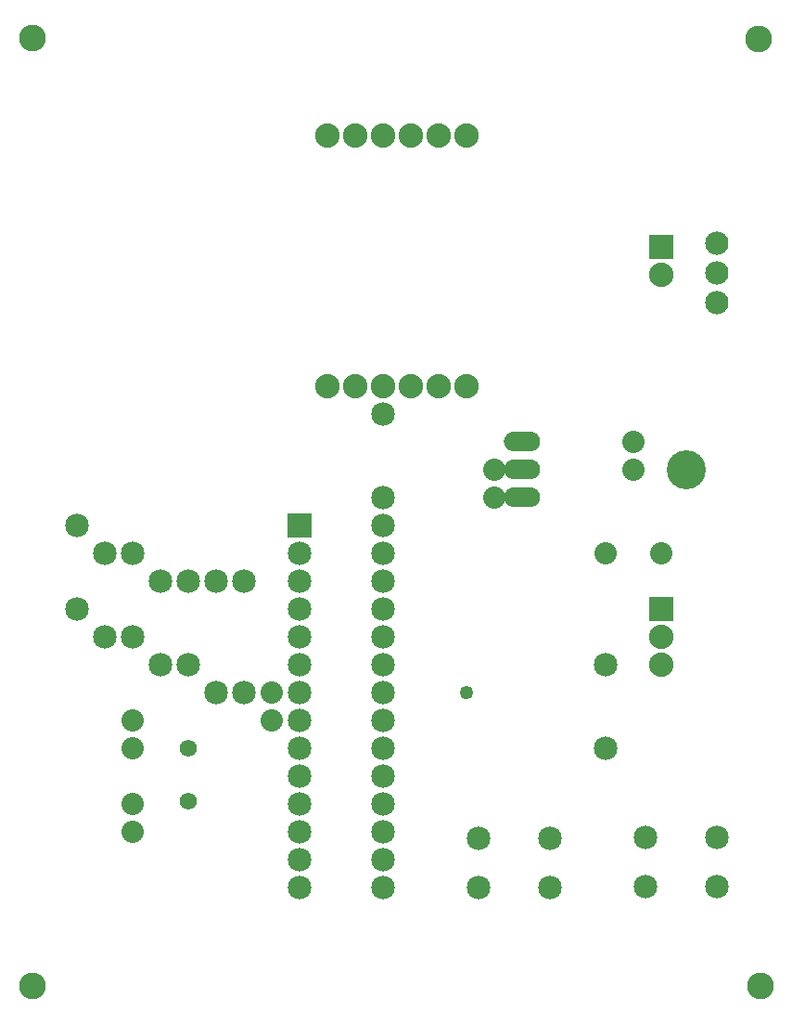
<source format=gts>
G04 MADE WITH FRITZING*
G04 WWW.FRITZING.ORG*
G04 DOUBLE SIDED*
G04 HOLES PLATED*
G04 CONTOUR ON CENTER OF CONTOUR VECTOR*
%ASAXBY*%
%FSLAX23Y23*%
%MOIN*%
%OFA0B0*%
%SFA1.0B1.0*%
%ADD10C,0.049370*%
%ADD11C,0.085000*%
%ADD12C,0.062000*%
%ADD13C,0.070000*%
%ADD14C,0.140000*%
%ADD15C,0.084000*%
%ADD16C,0.088000*%
%ADD17C,0.080000*%
%ADD18C,0.096614*%
%ADD19R,0.085000X0.085000*%
%ADD20R,0.088000X0.088000*%
%ADD21R,0.001000X0.001000*%
%LNMASK1*%
G90*
G70*
G54D10*
X1632Y1124D03*
G54D11*
X1032Y1724D03*
X1332Y1724D03*
X1032Y1624D03*
X1332Y1624D03*
X1032Y1524D03*
X1332Y1524D03*
X1032Y1424D03*
X1332Y1424D03*
X1032Y1324D03*
X1332Y1324D03*
X1032Y1224D03*
X1332Y1224D03*
X1032Y1124D03*
X1332Y1124D03*
X1032Y1024D03*
X1332Y1024D03*
X1032Y924D03*
X1332Y924D03*
X1032Y824D03*
X1332Y824D03*
X1032Y724D03*
X1332Y724D03*
X1032Y624D03*
X1332Y624D03*
X1032Y524D03*
X1332Y524D03*
X1032Y424D03*
X1332Y424D03*
G54D12*
X632Y924D03*
X632Y734D03*
X632Y924D03*
X632Y734D03*
G54D13*
X1832Y2024D03*
X1832Y1924D03*
X1832Y1824D03*
G54D14*
X2422Y1924D03*
G54D13*
X1832Y2024D03*
X1832Y1924D03*
X1832Y1824D03*
G54D14*
X2422Y1924D03*
G54D15*
X2532Y2738D03*
X2532Y2631D03*
X2532Y2524D03*
X2532Y2738D03*
X2532Y2631D03*
X2532Y2524D03*
X2532Y2738D03*
X2532Y2631D03*
X2532Y2524D03*
G54D16*
X2332Y2724D03*
X2332Y2624D03*
X2332Y2724D03*
X2332Y2624D03*
G54D11*
X2532Y425D03*
X2276Y425D03*
X2532Y602D03*
X2276Y602D03*
X1932Y424D03*
X1676Y424D03*
X1932Y601D03*
X1676Y601D03*
X1332Y1824D03*
X1332Y2124D03*
X532Y1224D03*
X532Y1524D03*
X332Y1324D03*
X332Y1624D03*
X732Y1124D03*
X732Y1524D03*
X832Y1124D03*
X832Y1524D03*
X632Y1224D03*
X632Y1524D03*
X432Y1324D03*
X432Y1624D03*
X2132Y924D03*
X2132Y1224D03*
X232Y1424D03*
X232Y1724D03*
G54D16*
X1632Y3124D03*
X1532Y3124D03*
X1432Y3124D03*
X1332Y3124D03*
X1232Y3124D03*
X1132Y3124D03*
X1132Y2224D03*
X1232Y2224D03*
X1332Y2224D03*
X1432Y2224D03*
X1532Y2224D03*
X1632Y2224D03*
X2332Y1424D03*
X2332Y1324D03*
X2332Y1224D03*
G54D17*
X2232Y2024D03*
X2232Y1924D03*
X2232Y2024D03*
X2232Y1924D03*
X432Y624D03*
X432Y724D03*
X432Y924D03*
X432Y1024D03*
X1732Y1824D03*
X1732Y1924D03*
X932Y1024D03*
X932Y1124D03*
X2132Y1624D03*
X2332Y1624D03*
G54D18*
X2683Y3470D03*
X71Y3473D03*
X2687Y69D03*
X71Y69D03*
G54D19*
X1032Y1724D03*
G54D20*
X2332Y2724D03*
X2332Y2724D03*
X2332Y1424D03*
G54D21*
X1797Y2059D02*
X1866Y2059D01*
X1793Y2058D02*
X1871Y2058D01*
X1790Y2057D02*
X1874Y2057D01*
X1787Y2056D02*
X1876Y2056D01*
X1785Y2055D02*
X1878Y2055D01*
X1784Y2054D02*
X1880Y2054D01*
X1782Y2053D02*
X1881Y2053D01*
X1781Y2052D02*
X1883Y2052D01*
X1780Y2051D02*
X1884Y2051D01*
X1778Y2050D02*
X1885Y2050D01*
X1777Y2049D02*
X1886Y2049D01*
X1776Y2048D02*
X1887Y2048D01*
X1776Y2047D02*
X1888Y2047D01*
X1775Y2046D02*
X1889Y2046D01*
X1774Y2045D02*
X1889Y2045D01*
X1773Y2044D02*
X1890Y2044D01*
X1773Y2043D02*
X1891Y2043D01*
X1772Y2042D02*
X1891Y2042D01*
X1772Y2041D02*
X1892Y2041D01*
X1771Y2040D02*
X1892Y2040D01*
X1771Y2039D02*
X1828Y2039D01*
X1836Y2039D02*
X1893Y2039D01*
X1770Y2038D02*
X1825Y2038D01*
X1839Y2038D02*
X1893Y2038D01*
X1770Y2037D02*
X1823Y2037D01*
X1840Y2037D02*
X1894Y2037D01*
X1769Y2036D02*
X1822Y2036D01*
X1842Y2036D02*
X1894Y2036D01*
X1769Y2035D02*
X1821Y2035D01*
X1843Y2035D02*
X1894Y2035D01*
X1769Y2034D02*
X1820Y2034D01*
X1844Y2034D02*
X1895Y2034D01*
X1768Y2033D02*
X1819Y2033D01*
X1845Y2033D02*
X1895Y2033D01*
X1768Y2032D02*
X1818Y2032D01*
X1845Y2032D02*
X1895Y2032D01*
X1768Y2031D02*
X1818Y2031D01*
X1846Y2031D02*
X1896Y2031D01*
X1768Y2030D02*
X1817Y2030D01*
X1846Y2030D02*
X1896Y2030D01*
X1768Y2029D02*
X1817Y2029D01*
X1847Y2029D02*
X1896Y2029D01*
X1767Y2028D02*
X1817Y2028D01*
X1847Y2028D02*
X1896Y2028D01*
X1767Y2027D02*
X1816Y2027D01*
X1847Y2027D02*
X1896Y2027D01*
X1767Y2026D02*
X1816Y2026D01*
X1847Y2026D02*
X1896Y2026D01*
X1767Y2025D02*
X1816Y2025D01*
X1847Y2025D02*
X1896Y2025D01*
X1767Y2024D02*
X1816Y2024D01*
X1847Y2024D02*
X1896Y2024D01*
X1767Y2023D02*
X1816Y2023D01*
X1847Y2023D02*
X1896Y2023D01*
X1767Y2022D02*
X1816Y2022D01*
X1847Y2022D02*
X1896Y2022D01*
X1767Y2021D02*
X1817Y2021D01*
X1847Y2021D02*
X1896Y2021D01*
X1768Y2020D02*
X1817Y2020D01*
X1847Y2020D02*
X1896Y2020D01*
X1768Y2019D02*
X1817Y2019D01*
X1846Y2019D02*
X1896Y2019D01*
X1768Y2018D02*
X1818Y2018D01*
X1846Y2018D02*
X1896Y2018D01*
X1768Y2017D02*
X1818Y2017D01*
X1845Y2017D02*
X1895Y2017D01*
X1768Y2016D02*
X1819Y2016D01*
X1845Y2016D02*
X1895Y2016D01*
X1769Y2015D02*
X1820Y2015D01*
X1844Y2015D02*
X1895Y2015D01*
X1769Y2014D02*
X1820Y2014D01*
X1843Y2014D02*
X1895Y2014D01*
X1769Y2013D02*
X1822Y2013D01*
X1842Y2013D02*
X1894Y2013D01*
X1770Y2012D02*
X1823Y2012D01*
X1841Y2012D02*
X1894Y2012D01*
X1770Y2011D02*
X1824Y2011D01*
X1839Y2011D02*
X1893Y2011D01*
X1770Y2010D02*
X1827Y2010D01*
X1836Y2010D02*
X1893Y2010D01*
X1771Y2009D02*
X1892Y2009D01*
X1771Y2008D02*
X1892Y2008D01*
X1772Y2007D02*
X1891Y2007D01*
X1773Y2006D02*
X1891Y2006D01*
X1773Y2005D02*
X1890Y2005D01*
X1774Y2004D02*
X1890Y2004D01*
X1775Y2003D02*
X1889Y2003D01*
X1775Y2002D02*
X1888Y2002D01*
X1776Y2001D02*
X1887Y2001D01*
X1777Y2000D02*
X1886Y2000D01*
X1778Y1999D02*
X1885Y1999D01*
X1779Y1998D02*
X1884Y1998D01*
X1781Y1997D02*
X1883Y1997D01*
X1782Y1996D02*
X1882Y1996D01*
X1783Y1995D02*
X1880Y1995D01*
X1785Y1994D02*
X1878Y1994D01*
X1787Y1993D02*
X1876Y1993D01*
X1789Y1992D02*
X1874Y1992D01*
X1792Y1991D02*
X1871Y1991D01*
X1796Y1990D02*
X1867Y1990D01*
X1797Y1959D02*
X1866Y1959D01*
X1793Y1958D02*
X1871Y1958D01*
X1790Y1957D02*
X1874Y1957D01*
X1787Y1956D02*
X1876Y1956D01*
X1785Y1955D02*
X1878Y1955D01*
X1784Y1954D02*
X1880Y1954D01*
X1782Y1953D02*
X1881Y1953D01*
X1781Y1952D02*
X1883Y1952D01*
X1780Y1951D02*
X1884Y1951D01*
X1778Y1950D02*
X1885Y1950D01*
X1777Y1949D02*
X1886Y1949D01*
X1776Y1948D02*
X1887Y1948D01*
X1776Y1947D02*
X1888Y1947D01*
X1775Y1946D02*
X1889Y1946D01*
X1774Y1945D02*
X1889Y1945D01*
X1773Y1944D02*
X1890Y1944D01*
X1773Y1943D02*
X1891Y1943D01*
X1772Y1942D02*
X1891Y1942D01*
X1772Y1941D02*
X1892Y1941D01*
X1771Y1940D02*
X1892Y1940D01*
X1771Y1939D02*
X1828Y1939D01*
X1836Y1939D02*
X1893Y1939D01*
X1770Y1938D02*
X1825Y1938D01*
X1839Y1938D02*
X1893Y1938D01*
X1770Y1937D02*
X1823Y1937D01*
X1840Y1937D02*
X1894Y1937D01*
X1769Y1936D02*
X1822Y1936D01*
X1842Y1936D02*
X1894Y1936D01*
X1769Y1935D02*
X1821Y1935D01*
X1843Y1935D02*
X1894Y1935D01*
X1769Y1934D02*
X1820Y1934D01*
X1844Y1934D02*
X1895Y1934D01*
X1768Y1933D02*
X1819Y1933D01*
X1845Y1933D02*
X1895Y1933D01*
X1768Y1932D02*
X1818Y1932D01*
X1845Y1932D02*
X1895Y1932D01*
X1768Y1931D02*
X1818Y1931D01*
X1846Y1931D02*
X1896Y1931D01*
X1768Y1930D02*
X1817Y1930D01*
X1846Y1930D02*
X1896Y1930D01*
X1768Y1929D02*
X1817Y1929D01*
X1847Y1929D02*
X1896Y1929D01*
X1767Y1928D02*
X1817Y1928D01*
X1847Y1928D02*
X1896Y1928D01*
X1767Y1927D02*
X1816Y1927D01*
X1847Y1927D02*
X1896Y1927D01*
X1767Y1926D02*
X1816Y1926D01*
X1847Y1926D02*
X1896Y1926D01*
X1767Y1925D02*
X1816Y1925D01*
X1847Y1925D02*
X1896Y1925D01*
X1767Y1924D02*
X1816Y1924D01*
X1847Y1924D02*
X1896Y1924D01*
X1767Y1923D02*
X1816Y1923D01*
X1847Y1923D02*
X1896Y1923D01*
X1767Y1922D02*
X1816Y1922D01*
X1847Y1922D02*
X1896Y1922D01*
X1767Y1921D02*
X1817Y1921D01*
X1847Y1921D02*
X1896Y1921D01*
X1768Y1920D02*
X1817Y1920D01*
X1847Y1920D02*
X1896Y1920D01*
X1768Y1919D02*
X1817Y1919D01*
X1846Y1919D02*
X1896Y1919D01*
X1768Y1918D02*
X1818Y1918D01*
X1846Y1918D02*
X1896Y1918D01*
X1768Y1917D02*
X1818Y1917D01*
X1845Y1917D02*
X1895Y1917D01*
X1768Y1916D02*
X1819Y1916D01*
X1845Y1916D02*
X1895Y1916D01*
X1769Y1915D02*
X1820Y1915D01*
X1844Y1915D02*
X1895Y1915D01*
X1769Y1914D02*
X1820Y1914D01*
X1843Y1914D02*
X1895Y1914D01*
X1769Y1913D02*
X1822Y1913D01*
X1842Y1913D02*
X1894Y1913D01*
X1770Y1912D02*
X1823Y1912D01*
X1841Y1912D02*
X1894Y1912D01*
X1770Y1911D02*
X1825Y1911D01*
X1839Y1911D02*
X1893Y1911D01*
X1770Y1910D02*
X1827Y1910D01*
X1836Y1910D02*
X1893Y1910D01*
X1771Y1909D02*
X1892Y1909D01*
X1771Y1908D02*
X1892Y1908D01*
X1772Y1907D02*
X1891Y1907D01*
X1773Y1906D02*
X1891Y1906D01*
X1773Y1905D02*
X1890Y1905D01*
X1774Y1904D02*
X1890Y1904D01*
X1775Y1903D02*
X1889Y1903D01*
X1775Y1902D02*
X1888Y1902D01*
X1776Y1901D02*
X1887Y1901D01*
X1777Y1900D02*
X1886Y1900D01*
X1778Y1899D02*
X1885Y1899D01*
X1779Y1898D02*
X1884Y1898D01*
X1781Y1897D02*
X1883Y1897D01*
X1782Y1896D02*
X1882Y1896D01*
X1783Y1895D02*
X1880Y1895D01*
X1785Y1894D02*
X1878Y1894D01*
X1787Y1893D02*
X1876Y1893D01*
X1789Y1892D02*
X1874Y1892D01*
X1792Y1891D02*
X1871Y1891D01*
X1796Y1890D02*
X1867Y1890D01*
X1797Y1859D02*
X1866Y1859D01*
X1793Y1858D02*
X1871Y1858D01*
X1790Y1857D02*
X1874Y1857D01*
X1787Y1856D02*
X1876Y1856D01*
X1785Y1855D02*
X1878Y1855D01*
X1784Y1854D02*
X1880Y1854D01*
X1782Y1853D02*
X1881Y1853D01*
X1781Y1852D02*
X1883Y1852D01*
X1780Y1851D02*
X1884Y1851D01*
X1778Y1850D02*
X1885Y1850D01*
X1777Y1849D02*
X1886Y1849D01*
X1776Y1848D02*
X1887Y1848D01*
X1776Y1847D02*
X1888Y1847D01*
X1775Y1846D02*
X1889Y1846D01*
X1774Y1845D02*
X1889Y1845D01*
X1773Y1844D02*
X1890Y1844D01*
X1773Y1843D02*
X1891Y1843D01*
X1772Y1842D02*
X1891Y1842D01*
X1772Y1841D02*
X1892Y1841D01*
X1771Y1840D02*
X1892Y1840D01*
X1771Y1839D02*
X1828Y1839D01*
X1836Y1839D02*
X1893Y1839D01*
X1770Y1838D02*
X1825Y1838D01*
X1839Y1838D02*
X1893Y1838D01*
X1770Y1837D02*
X1823Y1837D01*
X1840Y1837D02*
X1894Y1837D01*
X1769Y1836D02*
X1822Y1836D01*
X1842Y1836D02*
X1894Y1836D01*
X1769Y1835D02*
X1821Y1835D01*
X1843Y1835D02*
X1894Y1835D01*
X1769Y1834D02*
X1820Y1834D01*
X1844Y1834D02*
X1895Y1834D01*
X1768Y1833D02*
X1819Y1833D01*
X1845Y1833D02*
X1895Y1833D01*
X1768Y1832D02*
X1818Y1832D01*
X1845Y1832D02*
X1895Y1832D01*
X1768Y1831D02*
X1818Y1831D01*
X1846Y1831D02*
X1896Y1831D01*
X1768Y1830D02*
X1817Y1830D01*
X1846Y1830D02*
X1896Y1830D01*
X1768Y1829D02*
X1817Y1829D01*
X1847Y1829D02*
X1896Y1829D01*
X1767Y1828D02*
X1817Y1828D01*
X1847Y1828D02*
X1896Y1828D01*
X1767Y1827D02*
X1816Y1827D01*
X1847Y1827D02*
X1896Y1827D01*
X1767Y1826D02*
X1816Y1826D01*
X1847Y1826D02*
X1896Y1826D01*
X1767Y1825D02*
X1816Y1825D01*
X1847Y1825D02*
X1896Y1825D01*
X1767Y1824D02*
X1816Y1824D01*
X1847Y1824D02*
X1896Y1824D01*
X1767Y1823D02*
X1816Y1823D01*
X1847Y1823D02*
X1896Y1823D01*
X1767Y1822D02*
X1816Y1822D01*
X1847Y1822D02*
X1896Y1822D01*
X1767Y1821D02*
X1817Y1821D01*
X1847Y1821D02*
X1896Y1821D01*
X1768Y1820D02*
X1817Y1820D01*
X1847Y1820D02*
X1896Y1820D01*
X1768Y1819D02*
X1817Y1819D01*
X1846Y1819D02*
X1896Y1819D01*
X1768Y1818D02*
X1818Y1818D01*
X1846Y1818D02*
X1896Y1818D01*
X1768Y1817D02*
X1818Y1817D01*
X1845Y1817D02*
X1895Y1817D01*
X1768Y1816D02*
X1819Y1816D01*
X1845Y1816D02*
X1895Y1816D01*
X1769Y1815D02*
X1820Y1815D01*
X1844Y1815D02*
X1895Y1815D01*
X1769Y1814D02*
X1821Y1814D01*
X1843Y1814D02*
X1895Y1814D01*
X1769Y1813D02*
X1822Y1813D01*
X1842Y1813D02*
X1894Y1813D01*
X1770Y1812D02*
X1823Y1812D01*
X1841Y1812D02*
X1894Y1812D01*
X1770Y1811D02*
X1825Y1811D01*
X1839Y1811D02*
X1893Y1811D01*
X1770Y1810D02*
X1827Y1810D01*
X1836Y1810D02*
X1893Y1810D01*
X1771Y1809D02*
X1892Y1809D01*
X1771Y1808D02*
X1892Y1808D01*
X1772Y1807D02*
X1891Y1807D01*
X1773Y1806D02*
X1891Y1806D01*
X1773Y1805D02*
X1890Y1805D01*
X1774Y1804D02*
X1890Y1804D01*
X1775Y1803D02*
X1889Y1803D01*
X1775Y1802D02*
X1888Y1802D01*
X1776Y1801D02*
X1887Y1801D01*
X1777Y1800D02*
X1886Y1800D01*
X1778Y1799D02*
X1885Y1799D01*
X1779Y1798D02*
X1884Y1798D01*
X1781Y1797D02*
X1883Y1797D01*
X1782Y1796D02*
X1881Y1796D01*
X1783Y1795D02*
X1880Y1795D01*
X1785Y1794D02*
X1878Y1794D01*
X1787Y1793D02*
X1876Y1793D01*
X1789Y1792D02*
X1874Y1792D01*
X1792Y1791D02*
X1871Y1791D01*
X1796Y1790D02*
X1867Y1790D01*
D02*
G04 End of Mask1*
M02*
</source>
